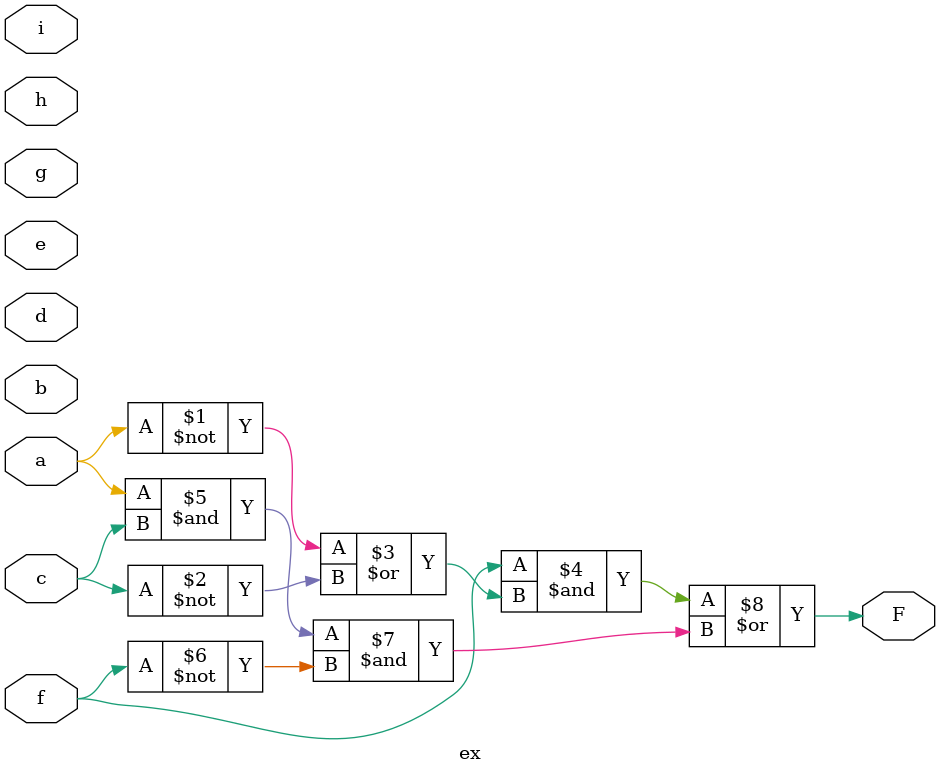
<source format=v>

module ex ( 
    a, b, c, d, e, f, g, h, i,
    F  );
  input  a, b, c, d, e, f, g, h, i;
  output F;
  assign F = (f & (~a | ~c)) | (a & c & ~f);
endmodule



</source>
